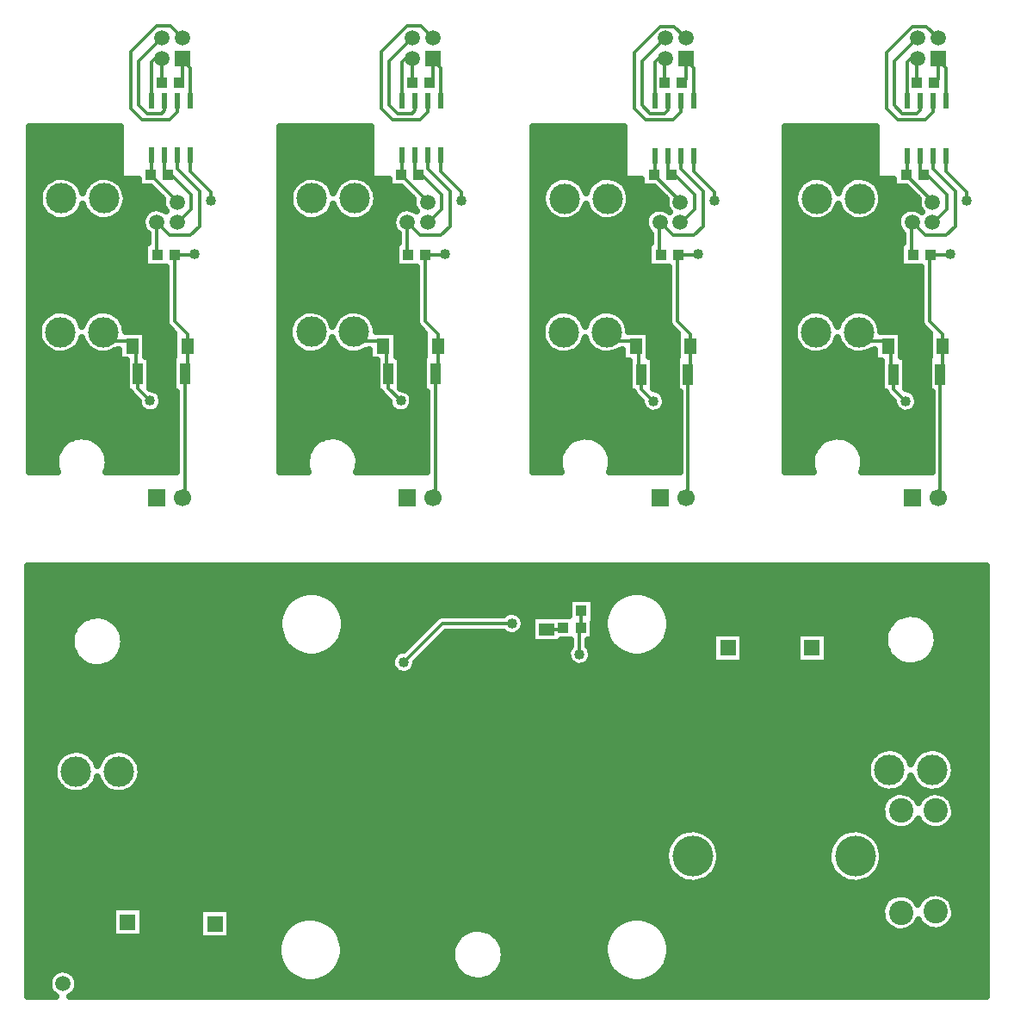
<source format=gbl>
G04 DipTrace 2.4.0.2*
%INMRR_Power_V2.GBL*%
%MOIN*%
%ADD13C,0.013*%
%ADD16C,0.025*%
%ADD17R,0.0433X0.0394*%
%ADD18R,0.0512X0.0591*%
%ADD19R,0.0591X0.0591*%
%ADD20C,0.0591*%
%ADD22R,0.1181X0.1181*%
%ADD23C,0.1181*%
%ADD24R,0.0669X0.0669*%
%ADD25C,0.0669*%
%ADD28R,0.0236X0.061*%
%ADD30R,0.128X0.0846*%
%ADD31R,0.0394X0.0846*%
%ADD32C,0.063*%
%ADD33R,0.063X0.063*%
%ADD38C,0.1575*%
%ADD43R,0.0591X0.0512*%
%ADD46C,0.0591*%
%ADD47C,0.0945*%
%ADD48C,0.04*%
%FSLAX44Y44*%
G04*
G70*
G90*
G75*
G01*
%LNBottom*%
%LPD*%
X20658Y40660D2*
D13*
Y39865D1*
X20515Y39722D1*
X20971Y39036D2*
Y40285D1*
X20658Y40597D1*
Y40660D1*
X20098Y29535D2*
X19469D1*
X20971Y36910D2*
Y36307D1*
X21774Y35504D1*
Y35150D1*
X18721Y29535D2*
X18846D1*
Y28538D1*
X18940Y28443D1*
X18721Y29535D2*
Y29722D1*
X17949D1*
X17596Y30075D1*
X19408Y27410D2*
X18940Y27878D1*
Y28443D1*
X22149Y16916D2*
X22336Y17041D1*
X22649D1*
X22711Y16978D1*
X25064Y18565D2*
X25647D1*
X25707Y18625D1*
X26376D2*
Y19291D1*
X26399D1*
X26336Y17603D2*
Y18585D1*
X26376Y18625D1*
X23711Y18791D2*
X21024D1*
X19524Y17291D1*
X10954Y40659D2*
Y39864D1*
X10811Y39721D1*
X11267Y39035D2*
Y40284D1*
X10954Y40596D1*
Y40659D1*
X10394Y29534D2*
X9765D1*
X11267Y36909D2*
Y36306D1*
X12070Y35503D1*
Y35149D1*
X9017Y29534D2*
X9142D1*
Y28537D1*
X9236Y28442D1*
X9017Y29534D2*
Y29721D1*
X8245D1*
X7892Y30074D1*
X9704Y27409D2*
X9236Y27877D1*
Y28442D1*
X10767Y39035D2*
Y38596D1*
X10454Y38284D1*
X9392D1*
X8954Y38721D1*
Y40909D1*
X9954Y41909D1*
X10492D1*
X10954Y41446D1*
X9987Y33062D2*
X9944D1*
Y34306D1*
X9956Y34318D1*
X10456Y33818D1*
X11267D1*
X11617Y34169D1*
Y35523D1*
X10759Y36381D1*
Y36901D1*
X10767Y36909D1*
X10267Y39035D2*
Y38659D1*
X10142Y38534D1*
X9579D1*
X9267Y38846D1*
Y40546D1*
X10167Y41446D1*
X10267Y36909D2*
Y36284D1*
X10392Y36159D1*
X10743Y34318D2*
X10783D1*
X11291Y34826D1*
Y35397D1*
X10529Y36159D1*
X10392D1*
X10142Y39721D2*
Y40634D1*
X10167Y40659D1*
X9767Y39035D2*
Y40534D1*
X9892Y40659D1*
X10167D1*
X9767Y36909D2*
Y36203D1*
X9723Y36159D1*
X11047Y28442D2*
Y23752D1*
X10954Y23659D1*
X11142Y29534D2*
Y28537D1*
X11047Y28442D1*
X10743Y35106D2*
Y35138D1*
X9723Y36159D1*
X11142Y29534D2*
Y29982D1*
X10641Y30483D1*
Y33046D1*
X10657Y33062D1*
X11397D1*
X11420Y33086D1*
X30447Y40655D2*
Y39860D1*
X30303Y39717D1*
X30759Y39031D2*
Y40280D1*
X30447Y40592D1*
Y40655D1*
X29886Y29530D2*
X29257D1*
X30759Y36905D2*
Y36302D1*
X31562Y35499D1*
Y35145D1*
X28509Y29530D2*
X28634D1*
Y28533D1*
X28729Y28438D1*
X28509Y29530D2*
Y29717D1*
X27737D1*
X27384Y30070D1*
X29197Y27405D2*
X28729Y27873D1*
Y28438D1*
X30259Y39031D2*
Y38592D1*
X29947Y38280D1*
X28884D1*
X28447Y38717D1*
Y40905D1*
X29447Y41905D1*
X29984D1*
X30447Y41442D1*
X29480Y33058D2*
X29436D1*
Y34302D1*
X29448Y34314D1*
X29948Y33814D1*
X30759D1*
X31109Y34165D1*
Y35519D1*
X30251Y36377D1*
Y36897D1*
X30259Y36905D1*
X29759Y39031D2*
Y38655D1*
X29634Y38530D1*
X29072D1*
X28759Y38842D1*
Y40542D1*
X29659Y41442D1*
X29759Y36905D2*
Y36280D1*
X29884Y36155D1*
X30235Y34314D2*
X30275D1*
X30783Y34822D1*
Y35393D1*
X30021Y36155D1*
X29884D1*
X29634Y39717D2*
Y40630D1*
X29659Y40655D1*
X29259Y39031D2*
Y40530D1*
X29384Y40655D1*
X29659D1*
X29259Y36905D2*
Y36199D1*
X29215Y36155D1*
X30540Y28438D2*
Y23748D1*
X30447Y23655D1*
X30634Y29530D2*
Y28533D1*
X30540Y28438D1*
X30235Y35102D2*
Y35134D1*
X29215Y36155D1*
X30634Y29530D2*
Y29979D1*
X30133Y30480D1*
Y33043D1*
X30149Y33058D1*
X30889D1*
X30913Y33082D1*
X40214Y40655D2*
Y39860D1*
X40071Y39717D1*
X40527Y39031D2*
Y40280D1*
X40214Y40592D1*
Y40655D1*
X39654Y29530D2*
X39025D1*
X40527Y36905D2*
Y36302D1*
X41330Y35499D1*
Y35145D1*
X38277Y29530D2*
X38402D1*
Y28533D1*
X38496Y28438D1*
X38277Y29530D2*
Y29717D1*
X37505D1*
X37152Y30070D1*
X38964Y27405D2*
X38496Y27873D1*
Y28438D1*
X40027Y39031D2*
Y38592D1*
X39714Y38280D1*
X38652D1*
X38214Y38717D1*
Y40905D1*
X39214Y41905D1*
X39752D1*
X40214Y41442D1*
X39247Y33058D2*
X39204D1*
Y34302D1*
X39216Y34314D1*
X39716Y33814D1*
X40527D1*
X40877Y34165D1*
Y35519D1*
X40019Y36377D1*
Y36897D1*
X40027Y36905D1*
X39527Y39031D2*
Y38655D1*
X39402Y38530D1*
X38839D1*
X38527Y38842D1*
Y40542D1*
X39427Y41442D1*
X39527Y36905D2*
Y36280D1*
X39652Y36155D1*
X40003Y34314D2*
X40043D1*
X40550Y34822D1*
Y35393D1*
X39789Y36155D1*
X39652D1*
X39402Y39717D2*
Y40630D1*
X39427Y40655D1*
X39027Y39031D2*
Y40530D1*
X39152Y40655D1*
X39427D1*
X39027Y36905D2*
Y36199D1*
X38982Y36155D1*
X40307Y28438D2*
Y23748D1*
X40214Y23655D1*
X40402Y29530D2*
Y28533D1*
X40307Y28438D1*
X40003Y35102D2*
Y35134D1*
X38982Y36155D1*
X40402Y29530D2*
Y29979D1*
X39901Y30480D1*
Y33043D1*
X39917Y33058D1*
X40657D1*
X40680Y33082D1*
X20471Y39036D2*
Y38597D1*
X20158Y38285D1*
X19096D1*
X18658Y38722D1*
Y40910D1*
X19658Y41910D1*
X20196D1*
X20658Y41447D1*
X19691Y33063D2*
X19648D1*
Y34307D1*
X19660Y34319D1*
X20160Y33819D1*
X20971D1*
X21321Y34169D1*
Y35524D1*
X20463Y36382D1*
Y36902D1*
X20471Y36910D1*
X19971Y39036D2*
Y38660D1*
X19846Y38535D1*
X19283D1*
X18971Y38847D1*
Y40547D1*
X19871Y41447D1*
X19971Y36910D2*
Y36285D1*
X20096Y36160D1*
X20447Y34319D2*
X20486D1*
X20994Y34827D1*
Y35398D1*
X20232Y36160D1*
X20096D1*
X19846Y39722D2*
Y40635D1*
X19871Y40660D1*
X19471Y39036D2*
Y40535D1*
X19596Y40660D1*
X19871D1*
X19471Y36910D2*
Y36204D1*
X19426Y36160D1*
X20751Y28443D2*
Y23753D1*
X20658Y23660D1*
X20846Y29535D2*
Y28538D1*
X20751Y28443D1*
X20447Y35106D2*
Y35139D1*
X19426Y36160D1*
X20846Y29535D2*
Y29983D1*
X20345Y30484D1*
Y33047D1*
X20360Y33063D1*
X21101D1*
X21124Y33087D1*
D48*
X21774Y35150D3*
X19408Y27410D3*
X22149Y16916D3*
X26336Y17603D3*
X23711Y18791D3*
X19524Y17291D3*
X12070Y35149D3*
X9704Y27409D3*
X11420Y33086D3*
X31562Y35145D3*
X29197Y27405D3*
X30913Y33082D3*
X41330Y35145D3*
X38964Y27405D3*
X40680Y33082D3*
X21124Y33087D3*
X14746Y37788D2*
D16*
X18241D1*
X14746Y37539D2*
X18241D1*
X14746Y37291D2*
X18241D1*
X14746Y37042D2*
X18241D1*
X14746Y36793D2*
X18241D1*
X14746Y36544D2*
X18241D1*
X14746Y36296D2*
X18241D1*
X14746Y36047D2*
X15651D1*
X16291D2*
X17303D1*
X17943D2*
X18241D1*
X14746Y35798D2*
X15295D1*
X16646D2*
X16948D1*
X18302D2*
X18920D1*
X14746Y35550D2*
X15147D1*
X18447D2*
X19545D1*
X14746Y35301D2*
X15092D1*
X18502D2*
X19795D1*
X14746Y35052D2*
X15112D1*
X18482D2*
X19866D1*
X14746Y34804D2*
X15213D1*
X16728D2*
X16866D1*
X18380D2*
X19354D1*
X14746Y34555D2*
X15440D1*
X16502D2*
X17092D1*
X18154D2*
X19127D1*
X14746Y34306D2*
X19077D1*
X14746Y34058D2*
X19139D1*
X14746Y33809D2*
X19291D1*
X14746Y33560D2*
X19291D1*
X14746Y33312D2*
X19186D1*
X14746Y33063D2*
X19186D1*
X14746Y32814D2*
X19186D1*
X14746Y32565D2*
X19991D1*
X14746Y32317D2*
X19991D1*
X14746Y32068D2*
X19991D1*
X14746Y31819D2*
X19991D1*
X14746Y31571D2*
X19991D1*
X14746Y31322D2*
X19991D1*
X14746Y31073D2*
X19991D1*
X14746Y30825D2*
X15506D1*
X16380D2*
X17159D1*
X18033D2*
X19991D1*
X14746Y30576D2*
X15225D1*
X16662D2*
X16877D1*
X18314D2*
X19991D1*
X14746Y30327D2*
X15100D1*
X18439D2*
X20030D1*
X14746Y30079D2*
X15061D1*
X19267D2*
X20260D1*
X14746Y29830D2*
X15096D1*
X19267D2*
X20299D1*
X14746Y29581D2*
X15217D1*
X16666D2*
X16873D1*
X19267D2*
X20299D1*
X14746Y29333D2*
X15491D1*
X16392D2*
X17147D1*
X18044D2*
X18174D1*
X19267D2*
X20299D1*
X14746Y29084D2*
X18174D1*
X19427D2*
X20264D1*
X14746Y28835D2*
X18455D1*
X19427D2*
X20264D1*
X14746Y28586D2*
X18455D1*
X19427D2*
X20264D1*
X14746Y28338D2*
X18455D1*
X19427D2*
X20264D1*
X14746Y28089D2*
X18455D1*
X19427D2*
X20264D1*
X14746Y27840D2*
X18455D1*
X19607D2*
X20264D1*
X14746Y27592D2*
X18737D1*
X19861D2*
X20397D1*
X14746Y27343D2*
X18924D1*
X19892D2*
X20397D1*
X14746Y27094D2*
X19041D1*
X19775D2*
X20397D1*
X14746Y26846D2*
X20397D1*
X14746Y26597D2*
X20397D1*
X14746Y26348D2*
X20397D1*
X14746Y26100D2*
X20397D1*
X14746Y25851D2*
X16143D1*
X17392D2*
X20397D1*
X14746Y25602D2*
X15905D1*
X17634D2*
X20397D1*
X14746Y25354D2*
X15784D1*
X17755D2*
X20397D1*
X14746Y25105D2*
X15733D1*
X17802D2*
X20397D1*
X14746Y24856D2*
X15748D1*
X17791D2*
X20397D1*
X18454Y30095D2*
X19241D1*
Y29130D1*
X19402Y29131D1*
Y27885D1*
X19587Y27839D1*
X19695Y27776D1*
X19782Y27686D1*
X19842Y27577D1*
X19873Y27410D1*
X19856Y27286D1*
X19807Y27172D1*
X19730Y27074D1*
X19629Y27001D1*
X19513Y26957D1*
X19388Y26945D1*
X19266Y26967D1*
X19153Y27021D1*
X19059Y27102D1*
X18990Y27206D1*
X18951Y27325D1*
X18947Y27406D1*
X18707Y27644D1*
X18636Y27751D1*
X18648Y27726D1*
X18527Y27755D1*
X18478D1*
Y28978D1*
X18200Y28974D1*
Y29392D1*
X18041Y29345D1*
X17930Y29288D1*
X17812Y29247D1*
X17689Y29225D1*
X17564Y29220D1*
X17440Y29234D1*
X17319Y29265D1*
X17205Y29314D1*
X17098Y29379D1*
X17002Y29459D1*
X16919Y29552D1*
X16850Y29656D1*
X16797Y29769D1*
X16771Y29855D1*
X16717Y29712D1*
X16656Y29603D1*
X16579Y29504D1*
X16489Y29417D1*
X16388Y29345D1*
X16277Y29288D1*
X16159Y29247D1*
X16036Y29225D1*
X15911Y29220D1*
X15787Y29234D1*
X15666Y29265D1*
X15551Y29314D1*
X15444Y29379D1*
X15348Y29459D1*
X15265Y29552D1*
X15196Y29656D1*
X15143Y29769D1*
X15107Y29889D1*
X15089Y30013D1*
Y30137D1*
X15107Y30261D1*
X15143Y30381D1*
X15196Y30494D1*
X15265Y30598D1*
X15348Y30691D1*
X15444Y30771D1*
X15551Y30836D1*
X15666Y30885D1*
X15787Y30916D1*
X15911Y30930D1*
X16036Y30925D1*
X16158Y30903D1*
X16277Y30862D1*
X16388Y30805D1*
X16489Y30733D1*
X16579Y30646D1*
X16656Y30547D1*
X16717Y30438D1*
X16767Y30295D1*
X16850Y30494D1*
X16919Y30598D1*
X17002Y30691D1*
X17098Y30771D1*
X17204Y30836D1*
X17319Y30885D1*
X17440Y30916D1*
X17564Y30930D1*
X17689Y30925D1*
X17812Y30903D1*
X17930Y30862D1*
X18041Y30805D1*
X18143Y30733D1*
X18233Y30646D1*
X18309Y30547D1*
X18370Y30438D1*
X18415Y30322D1*
X18442Y30200D1*
X18450Y30095D1*
X20325Y29135D2*
Y30038D1*
X20111Y30251D1*
X20042Y30354D1*
X20015Y30484D1*
Y32598D1*
X19879Y32601D1*
X19210D1*
Y33525D1*
X19315D1*
X19316Y33877D1*
X19227Y33964D1*
X19159Y34068D1*
X19116Y34185D1*
X19100Y34309D1*
X19111Y34433D1*
X19150Y34552D1*
X19214Y34659D1*
X19300Y34749D1*
X19405Y34818D1*
X19521Y34862D1*
X19645Y34879D1*
X19769Y34869D1*
X19888Y34831D1*
X20021Y34743D1*
X19946Y34856D1*
X19903Y34973D1*
X19887Y35097D1*
X19900Y35224D1*
X19421Y35698D1*
X18945D1*
Y35991D1*
X18391Y35993D1*
X18286Y36055D1*
X18267Y36118D1*
Y38037D1*
X14721Y38035D1*
Y24660D1*
X15826Y24659D1*
X15773Y24857D1*
X15758Y24981D1*
X15759Y25106D1*
X15776Y25230D1*
X15807Y25351D1*
X15853Y25467D1*
X15913Y25576D1*
X15986Y25677D1*
X16071Y25769D1*
X16167Y25849D1*
X16272Y25917D1*
X16384Y25972D1*
X16502Y26012D1*
X16625Y26037D1*
X16749Y26048D1*
X16874Y26042D1*
X16997Y26022D1*
X17117Y25986D1*
X17231Y25936D1*
X17339Y25872D1*
X17438Y25795D1*
X17526Y25707D1*
X17603Y25609D1*
X17667Y25502D1*
X17718Y25388D1*
X17754Y25268D1*
X17775Y25145D1*
X17781Y25036D1*
X17773Y24911D1*
X17750Y24788D1*
X17707Y24659D1*
X20420Y24657D1*
X20421Y27757D1*
X20289Y27755D1*
Y29131D1*
X20325D1*
X18471Y35120D2*
X18443Y34998D1*
X18399Y34881D1*
X18338Y34772D1*
X18261Y34673D1*
X18171Y34587D1*
X18070Y34514D1*
X17959Y34457D1*
X17841Y34417D1*
X17718Y34394D1*
X17593Y34389D1*
X17469Y34403D1*
X17348Y34435D1*
X17233Y34483D1*
X17126Y34549D1*
X17030Y34628D1*
X16947Y34721D1*
X16878Y34826D1*
X16825Y34939D1*
X16799Y35025D1*
X16745Y34881D1*
X16684Y34772D1*
X16608Y34673D1*
X16518Y34587D1*
X16416Y34514D1*
X16305Y34457D1*
X16187Y34417D1*
X16064Y34394D1*
X15939Y34389D1*
X15815Y34403D1*
X15694Y34435D1*
X15580Y34483D1*
X15473Y34549D1*
X15377Y34628D1*
X15294Y34721D1*
X15225Y34826D1*
X15172Y34939D1*
X15136Y35058D1*
X15117Y35182D1*
Y35307D1*
X15136Y35430D1*
X15172Y35550D1*
X15225Y35663D1*
X15294Y35767D1*
X15377Y35860D1*
X15473Y35940D1*
X15579Y36005D1*
X15694Y36054D1*
X15815Y36086D1*
X15939Y36099D1*
X16064Y36095D1*
X16187Y36072D1*
X16305Y36032D1*
X16416Y35975D1*
X16518Y35902D1*
X16608Y35815D1*
X16684Y35716D1*
X16745Y35607D1*
X16796Y35464D1*
X16878Y35663D1*
X16947Y35767D1*
X17030Y35860D1*
X17126Y35940D1*
X17233Y36005D1*
X17348Y36054D1*
X17469Y36086D1*
X17593Y36099D1*
X17718Y36095D1*
X17841Y36072D1*
X17959Y36032D1*
X18070Y35975D1*
X18171Y35902D1*
X18261Y35815D1*
X18338Y35716D1*
X18399Y35607D1*
X18443Y35491D1*
X18471Y35369D1*
X18480Y35244D1*
X18471Y35120D1*
X4976Y20791D2*
X42076D1*
X4976Y20542D2*
X42076D1*
X4976Y20294D2*
X42076D1*
X4976Y20045D2*
X42076D1*
X4976Y19796D2*
X15197D1*
X16724D2*
X27799D1*
X29322D2*
X42076D1*
X4976Y19547D2*
X14940D1*
X16982D2*
X25893D1*
X26904D2*
X27537D1*
X29583D2*
X42076D1*
X4976Y19299D2*
X14787D1*
X17134D2*
X25893D1*
X26904D2*
X27385D1*
X29736D2*
X42076D1*
X4976Y19050D2*
X7283D1*
X8044D2*
X14701D1*
X17220D2*
X20795D1*
X24122D2*
X24479D1*
X26904D2*
X27299D1*
X29822D2*
X38647D1*
X39677D2*
X42076D1*
X4976Y18801D2*
X6904D1*
X8419D2*
X14670D1*
X17255D2*
X20541D1*
X24201D2*
X24479D1*
X26884D2*
X27268D1*
X29853D2*
X38350D1*
X39974D2*
X42076D1*
X4976Y18553D2*
X6733D1*
X8595D2*
X14686D1*
X17236D2*
X20295D1*
X24134D2*
X24479D1*
X26884D2*
X27283D1*
X29833D2*
X38201D1*
X40122D2*
X42076D1*
X4976Y18304D2*
X6647D1*
X8681D2*
X14756D1*
X17169D2*
X20045D1*
X21029D2*
X24479D1*
X26884D2*
X27354D1*
X29767D2*
X31483D1*
X32689D2*
X34733D1*
X35939D2*
X38135D1*
X40189D2*
X42076D1*
X4976Y18055D2*
X6627D1*
X8701D2*
X14885D1*
X17037D2*
X19795D1*
X20779D2*
X24479D1*
X25650D2*
X25983D1*
X26689D2*
X27483D1*
X29634D2*
X31483D1*
X32689D2*
X34733D1*
X35939D2*
X38131D1*
X40193D2*
X42076D1*
X4976Y17807D2*
X6670D1*
X8654D2*
X15104D1*
X16818D2*
X19549D1*
X20529D2*
X25893D1*
X26779D2*
X27705D1*
X29415D2*
X31483D1*
X32689D2*
X34733D1*
X35939D2*
X38190D1*
X40134D2*
X42076D1*
X4976Y17558D2*
X6783D1*
X8540D2*
X15545D1*
X16376D2*
X19119D1*
X20283D2*
X25850D1*
X26822D2*
X28143D1*
X28974D2*
X31483D1*
X32689D2*
X34733D1*
X35939D2*
X38326D1*
X39997D2*
X42076D1*
X4976Y17309D2*
X7010D1*
X8318D2*
X19033D1*
X20033D2*
X25951D1*
X26720D2*
X31483D1*
X32689D2*
X34733D1*
X35939D2*
X38596D1*
X39728D2*
X42076D1*
X4976Y17061D2*
X19096D1*
X19951D2*
X42076D1*
X4976Y16812D2*
X42076D1*
X4976Y16563D2*
X42076D1*
X4976Y16315D2*
X42076D1*
X4976Y16066D2*
X42076D1*
X4976Y15817D2*
X42076D1*
X4976Y15568D2*
X42076D1*
X4976Y15320D2*
X42076D1*
X4976Y15071D2*
X42076D1*
X4976Y14822D2*
X42076D1*
X4976Y14574D2*
X42076D1*
X4976Y14325D2*
X42076D1*
X4976Y14076D2*
X42076D1*
X4976Y13828D2*
X6428D1*
X7244D2*
X8080D1*
X8900D2*
X37822D1*
X38849D2*
X39475D1*
X40501D2*
X42076D1*
X4976Y13579D2*
X6127D1*
X7544D2*
X7783D1*
X9197D2*
X37584D1*
X39087D2*
X39240D1*
X40740D2*
X42076D1*
X4976Y13330D2*
X5998D1*
X9326D2*
X37479D1*
X40845D2*
X42076D1*
X4976Y13082D2*
X5955D1*
X9369D2*
X37455D1*
X40869D2*
X42076D1*
X4976Y12833D2*
X5987D1*
X9337D2*
X37506D1*
X40818D2*
X42076D1*
X4976Y12584D2*
X6104D1*
X7572D2*
X7756D1*
X9224D2*
X37651D1*
X39025D2*
X39303D1*
X40677D2*
X42076D1*
X4976Y12335D2*
X6362D1*
X7310D2*
X8014D1*
X8966D2*
X37983D1*
X38689D2*
X39635D1*
X40341D2*
X42076D1*
X4976Y12087D2*
X38248D1*
X39302D2*
X39584D1*
X40642D2*
X42076D1*
X4976Y11838D2*
X38072D1*
X40818D2*
X42076D1*
X4976Y11589D2*
X38014D1*
X40876D2*
X42076D1*
X4976Y11341D2*
X38041D1*
X40845D2*
X42076D1*
X4976Y11092D2*
X38170D1*
X39380D2*
X39506D1*
X40720D2*
X42076D1*
X4976Y10843D2*
X38533D1*
X39017D2*
X39869D1*
X40357D2*
X42076D1*
X4976Y10595D2*
X30010D1*
X31415D2*
X36307D1*
X37716D2*
X42076D1*
X4976Y10346D2*
X29795D1*
X31630D2*
X36092D1*
X37931D2*
X42076D1*
X4976Y10097D2*
X29682D1*
X31744D2*
X35979D1*
X38044D2*
X42076D1*
X4976Y9849D2*
X29635D1*
X31787D2*
X35936D1*
X38087D2*
X42076D1*
X4976Y9600D2*
X29651D1*
X31771D2*
X35951D1*
X38072D2*
X42076D1*
X4976Y9351D2*
X29733D1*
X31693D2*
X36029D1*
X37994D2*
X42076D1*
X4976Y9103D2*
X29889D1*
X31533D2*
X36190D1*
X37833D2*
X42076D1*
X4976Y8854D2*
X30209D1*
X31216D2*
X36506D1*
X37517D2*
X42076D1*
X4976Y8605D2*
X42076D1*
X4976Y8356D2*
X39904D1*
X40322D2*
X42076D1*
X4976Y8108D2*
X38213D1*
X39337D2*
X39518D1*
X40708D2*
X42076D1*
X4976Y7859D2*
X38061D1*
X40845D2*
X42076D1*
X4976Y7610D2*
X8233D1*
X9439D2*
X11608D1*
X12814D2*
X38014D1*
X40876D2*
X42076D1*
X4976Y7362D2*
X8233D1*
X9439D2*
X11608D1*
X12814D2*
X15471D1*
X16365D2*
X28112D1*
X29005D2*
X38053D1*
X40822D2*
X42076D1*
X4976Y7113D2*
X8233D1*
X9439D2*
X11608D1*
X12814D2*
X15049D1*
X16787D2*
X27694D1*
X29427D2*
X38197D1*
X39353D2*
X39576D1*
X40654D2*
X42076D1*
X4976Y6864D2*
X8233D1*
X9439D2*
X11608D1*
X12814D2*
X14834D1*
X17001D2*
X21885D1*
X22912D2*
X27475D1*
X29642D2*
X42076D1*
X4976Y6616D2*
X11608D1*
X12814D2*
X14709D1*
X17126D2*
X21588D1*
X23208D2*
X27350D1*
X29771D2*
X42076D1*
X4976Y6367D2*
X14643D1*
X17193D2*
X21440D1*
X23357D2*
X27283D1*
X29837D2*
X42076D1*
X4976Y6118D2*
X14627D1*
X17208D2*
X21369D1*
X23427D2*
X27268D1*
X29853D2*
X42076D1*
X4976Y5870D2*
X14658D1*
X17177D2*
X21369D1*
X23431D2*
X27303D1*
X29818D2*
X42076D1*
X4976Y5621D2*
X14748D1*
X17087D2*
X21428D1*
X23369D2*
X27389D1*
X29728D2*
X42076D1*
X4976Y5372D2*
X6100D1*
X6572D2*
X14904D1*
X16931D2*
X21565D1*
X23236D2*
X27545D1*
X29572D2*
X42076D1*
X4976Y5124D2*
X5819D1*
X6853D2*
X15170D1*
X16665D2*
X21830D1*
X22966D2*
X27811D1*
X29306D2*
X42076D1*
X4976Y4875D2*
X5752D1*
X6919D2*
X42076D1*
X4976Y4626D2*
X5799D1*
X6872D2*
X42076D1*
X4976Y4377D2*
X6014D1*
X6658D2*
X42076D1*
X31631Y18433D2*
X32666D1*
Y17273D1*
X31506D1*
Y18433D1*
X31631D1*
X34881D2*
X35916D1*
Y17273D1*
X34756D1*
Y18433D1*
X34881D1*
X26042Y19753D2*
X26880D1*
Y18829D1*
X26860D1*
X26858Y18164D1*
X26666D1*
Y17933D1*
X26710Y17880D1*
X26770Y17771D1*
X26801Y17603D1*
X26784Y17480D1*
X26735Y17365D1*
X26658Y17268D1*
X26557Y17194D1*
X26440Y17150D1*
X26316Y17139D1*
X26194Y17161D1*
X26081Y17214D1*
X25987Y17296D1*
X25918Y17400D1*
X25879Y17518D1*
X25873Y17643D1*
X25900Y17764D1*
X25958Y17874D1*
X26004Y17923D1*
X26006Y18162D1*
X25895Y18168D1*
X25814Y18164D1*
X25622D1*
X25624Y18044D1*
X24504D1*
Y19086D1*
X25914Y19087D1*
X25917Y19753D1*
X26042D1*
X11756Y7746D2*
X12791D1*
Y6586D1*
X11631D1*
Y7746D1*
X11756D1*
X8381Y7808D2*
X9416D1*
Y6648D1*
X8256D1*
Y7808D1*
X8381D1*
X9336Y12938D2*
X9309Y12817D1*
X9264Y12700D1*
X9203Y12591D1*
X9127Y12492D1*
X9037Y12405D1*
X8935Y12333D1*
X8824Y12276D1*
X8706Y12235D1*
X8583Y12213D1*
X8458Y12208D1*
X8334Y12222D1*
X8213Y12253D1*
X8098Y12302D1*
X7992Y12367D1*
X7896Y12447D1*
X7813Y12540D1*
X7744Y12644D1*
X7691Y12757D1*
X7665Y12843D1*
X7611Y12700D1*
X7550Y12591D1*
X7473Y12492D1*
X7383Y12405D1*
X7282Y12333D1*
X7171Y12276D1*
X7052Y12235D1*
X6930Y12213D1*
X6805Y12208D1*
X6681Y12222D1*
X6560Y12253D1*
X6445Y12302D1*
X6338Y12367D1*
X6242Y12447D1*
X6159Y12540D1*
X6090Y12644D1*
X6037Y12757D1*
X6001Y12877D1*
X5983Y13000D1*
Y13125D1*
X6001Y13249D1*
X6037Y13369D1*
X6090Y13482D1*
X6159Y13586D1*
X6242Y13679D1*
X6338Y13759D1*
X6445Y13824D1*
X6560Y13873D1*
X6681Y13904D1*
X6805Y13918D1*
X6930Y13913D1*
X7052Y13891D1*
X7171Y13850D1*
X7282Y13793D1*
X7383Y13721D1*
X7473Y13634D1*
X7549Y13535D1*
X7611Y13426D1*
X7661Y13283D1*
X7744Y13482D1*
X7812Y13586D1*
X7896Y13679D1*
X7992Y13759D1*
X8098Y13824D1*
X8213Y13873D1*
X8334Y13904D1*
X8458Y13918D1*
X8583Y13913D1*
X8706Y13891D1*
X8824Y13850D1*
X8935Y13793D1*
X9037Y13721D1*
X9127Y13634D1*
X9203Y13535D1*
X9264Y13426D1*
X9309Y13310D1*
X9336Y13188D1*
X9345Y13063D1*
X9336Y12938D1*
X8667Y17978D2*
X8644Y17855D1*
X8606Y17736D1*
X8554Y17622D1*
X8488Y17516D1*
X8410Y17419D1*
X8320Y17332D1*
X8220Y17257D1*
X8112Y17195D1*
X7996Y17147D1*
X7876Y17113D1*
X7753Y17094D1*
X7628Y17091D1*
X7503Y17103D1*
X7381Y17130D1*
X7264Y17172D1*
X7152Y17228D1*
X7049Y17298D1*
X6954Y17380D1*
X6870Y17473D1*
X6799Y17575D1*
X6741Y17685D1*
X6696Y17802D1*
X6667Y17924D1*
X6652Y18048D1*
X6653Y18173D1*
X6669Y18296D1*
X6701Y18417D1*
X6747Y18533D1*
X6807Y18643D1*
X6880Y18744D1*
X6965Y18836D1*
X7061Y18916D1*
X7166Y18984D1*
X7278Y19039D1*
X7396Y19079D1*
X7519Y19104D1*
X7643Y19114D1*
X7768Y19109D1*
X7891Y19088D1*
X8011Y19053D1*
X8125Y19003D1*
X8233Y18939D1*
X8331Y18862D1*
X8420Y18774D1*
X8497Y18676D1*
X8561Y18569D1*
X8612Y18454D1*
X8648Y18335D1*
X8669Y18212D1*
X8675Y18102D1*
X8667Y17978D1*
X40836Y13001D2*
X40809Y12879D1*
X40764Y12762D1*
X40703Y12653D1*
X40627Y12555D1*
X40537Y12468D1*
X40435Y12395D1*
X40324Y12338D1*
X40206Y12298D1*
X40133Y12284D1*
X40263Y12270D1*
X40383Y12234D1*
X40495Y12179D1*
X40596Y12106D1*
X40683Y12016D1*
X40754Y11914D1*
X40806Y11800D1*
X40839Y11680D1*
X40851Y11548D1*
X40841Y11423D1*
X40809Y11302D1*
X40758Y11189D1*
X40688Y11085D1*
X40602Y10995D1*
X40501Y10920D1*
X40390Y10864D1*
X40271Y10827D1*
X40147Y10811D1*
X40022Y10816D1*
X39900Y10842D1*
X39784Y10888D1*
X39678Y10953D1*
X39583Y11035D1*
X39505Y11132D1*
X39445Y11237D1*
X39349Y11085D1*
X39263Y10995D1*
X39163Y10920D1*
X39051Y10864D1*
X38932Y10827D1*
X38808Y10811D1*
X38684Y10816D1*
X38562Y10842D1*
X38446Y10888D1*
X38339Y10953D1*
X38245Y11035D1*
X38166Y11132D1*
X38105Y11241D1*
X38063Y11358D1*
X38041Y11481D1*
X38040Y11606D1*
X38061Y11729D1*
X38101Y11847D1*
X38162Y11957D1*
X38239Y12054D1*
X38333Y12137D1*
X38438Y12204D1*
X38554Y12251D1*
X38676Y12278D1*
X38800Y12285D1*
X38924Y12270D1*
X39044Y12234D1*
X39156Y12179D1*
X39257Y12106D1*
X39344Y12016D1*
X39415Y11914D1*
X39443Y11854D1*
X39500Y11957D1*
X39578Y12054D1*
X39671Y12137D1*
X39777Y12204D1*
X39892Y12251D1*
X39958Y12271D1*
X39834Y12284D1*
X39713Y12316D1*
X39598Y12365D1*
X39492Y12430D1*
X39396Y12510D1*
X39313Y12603D1*
X39244Y12707D1*
X39191Y12820D1*
X39165Y12906D1*
X39111Y12762D1*
X39050Y12653D1*
X38973Y12555D1*
X38883Y12468D1*
X38782Y12395D1*
X38671Y12338D1*
X38552Y12298D1*
X38430Y12275D1*
X38305Y12271D1*
X38181Y12284D1*
X38060Y12316D1*
X37945Y12365D1*
X37838Y12430D1*
X37742Y12510D1*
X37659Y12603D1*
X37590Y12707D1*
X37537Y12820D1*
X37501Y12939D1*
X37483Y13063D1*
Y13188D1*
X37501Y13311D1*
X37537Y13431D1*
X37590Y13544D1*
X37659Y13648D1*
X37742Y13741D1*
X37838Y13821D1*
X37945Y13886D1*
X38060Y13935D1*
X38181Y13967D1*
X38305Y13980D1*
X38430Y13976D1*
X38552Y13953D1*
X38671Y13913D1*
X38782Y13856D1*
X38883Y13783D1*
X38973Y13696D1*
X39049Y13598D1*
X39111Y13489D1*
X39161Y13345D1*
X39244Y13544D1*
X39312Y13648D1*
X39396Y13741D1*
X39492Y13821D1*
X39598Y13886D1*
X39713Y13935D1*
X39834Y13967D1*
X39958Y13980D1*
X40083Y13976D1*
X40206Y13953D1*
X40324Y13913D1*
X40435Y13856D1*
X40537Y13783D1*
X40627Y13696D1*
X40703Y13598D1*
X40764Y13489D1*
X40809Y13372D1*
X40836Y13250D1*
X40845Y13125D1*
X40836Y13001D1*
X40167Y18040D2*
X40144Y17917D1*
X40106Y17798D1*
X40054Y17685D1*
X39988Y17579D1*
X39910Y17482D1*
X39820Y17395D1*
X39720Y17320D1*
X39612Y17258D1*
X39496Y17209D1*
X39376Y17175D1*
X39253Y17157D1*
X39128Y17153D1*
X39003Y17165D1*
X38881Y17193D1*
X38764Y17235D1*
X38652Y17291D1*
X38549Y17360D1*
X38454Y17442D1*
X38370Y17535D1*
X38299Y17637D1*
X38241Y17748D1*
X38196Y17865D1*
X38167Y17986D1*
X38152Y18110D1*
X38153Y18235D1*
X38169Y18359D1*
X38201Y18480D1*
X38247Y18596D1*
X38307Y18705D1*
X38380Y18807D1*
X38465Y18898D1*
X38561Y18979D1*
X38666Y19047D1*
X38778Y19101D1*
X38896Y19141D1*
X39019Y19167D1*
X39143Y19177D1*
X39268Y19172D1*
X39391Y19151D1*
X39511Y19115D1*
X39625Y19065D1*
X39733Y19001D1*
X39831Y18925D1*
X39920Y18837D1*
X39997Y18738D1*
X40061Y18631D1*
X40112Y18517D1*
X40148Y18397D1*
X40169Y18274D1*
X40175Y18165D1*
X40167Y18040D1*
X6882Y4729D2*
X6841Y4612D1*
X6775Y4506D1*
X6688Y4417D1*
X6599Y4361D1*
X42103Y4360D1*
Y21040D1*
X4951D1*
Y4360D1*
X6072D1*
X5992Y4411D1*
X5903Y4498D1*
X5835Y4603D1*
X5792Y4720D1*
X5776Y4843D1*
X5788Y4968D1*
X5827Y5086D1*
X5891Y5193D1*
X5977Y5283D1*
X6081Y5352D1*
X6198Y5396D1*
X6321Y5413D1*
X6445Y5403D1*
X6564Y5365D1*
X6672Y5302D1*
X6763Y5216D1*
X6833Y5113D1*
X6878Y4997D1*
X6896Y4853D1*
X6882Y4729D1*
X31757Y9666D2*
X31735Y9543D1*
X31698Y9423D1*
X31648Y9309D1*
X31584Y9202D1*
X31508Y9102D1*
X31421Y9013D1*
X31324Y8934D1*
X31218Y8868D1*
X31105Y8814D1*
X30987Y8775D1*
X30864Y8749D1*
X30740Y8739D1*
X30615Y8743D1*
X30491Y8762D1*
X30371Y8795D1*
X30255Y8842D1*
X30146Y8903D1*
X30045Y8976D1*
X29953Y9061D1*
X29872Y9156D1*
X29803Y9260D1*
X29747Y9372D1*
X29704Y9489D1*
X29675Y9610D1*
X29661Y9735D1*
X29662Y9860D1*
X29677Y9983D1*
X29707Y10105D1*
X29752Y10222D1*
X29810Y10332D1*
X29880Y10435D1*
X29962Y10529D1*
X30055Y10613D1*
X30157Y10685D1*
X30267Y10744D1*
X30383Y10790D1*
X30504Y10822D1*
X30628Y10840D1*
X30753Y10842D1*
X30877Y10830D1*
X30999Y10803D1*
X31117Y10762D1*
X31229Y10707D1*
X31334Y10639D1*
X31430Y10559D1*
X31516Y10469D1*
X31591Y10369D1*
X31653Y10260D1*
X31703Y10145D1*
X31738Y10025D1*
X31758Y9902D1*
X31764Y9791D1*
X31757Y9666D1*
X38056D2*
X38034Y9543D1*
X37997Y9423D1*
X37947Y9309D1*
X37883Y9202D1*
X37807Y9102D1*
X37720Y9013D1*
X37623Y8934D1*
X37517Y8868D1*
X37404Y8814D1*
X37286Y8775D1*
X37163Y8749D1*
X37039Y8739D1*
X36914Y8743D1*
X36791Y8762D1*
X36670Y8795D1*
X36555Y8842D1*
X36446Y8903D1*
X36344Y8976D1*
X36253Y9061D1*
X36171Y9156D1*
X36102Y9260D1*
X36046Y9372D1*
X36003Y9489D1*
X35974Y9610D1*
X35960Y9735D1*
X35961Y9860D1*
X35977Y9983D1*
X36007Y10105D1*
X36051Y10222D1*
X36109Y10332D1*
X36179Y10435D1*
X36262Y10529D1*
X36354Y10613D1*
X36457Y10685D1*
X36566Y10744D1*
X36683Y10790D1*
X36803Y10822D1*
X36927Y10840D1*
X37052Y10842D1*
X37176Y10830D1*
X37298Y10803D1*
X37416Y10762D1*
X37529Y10707D1*
X37633Y10639D1*
X37730Y10559D1*
X37816Y10469D1*
X37890Y10369D1*
X37953Y10260D1*
X38002Y10145D1*
X38037Y10025D1*
X38057Y9902D1*
X38063Y9791D1*
X38056Y9666D1*
X29821Y18639D2*
X29772Y18395D1*
X29677Y18164D1*
X29537Y17957D1*
X29360Y17781D1*
X29152Y17643D1*
X28921Y17549D1*
X28676Y17502D1*
X28427Y17503D1*
X28182Y17554D1*
X27952Y17651D1*
X27746Y17792D1*
X27571Y17970D1*
X27435Y18179D1*
X27342Y18410D1*
X27296Y18656D1*
X27299Y18905D1*
X27351Y19149D1*
X27450Y19379D1*
X27592Y19584D1*
X27771Y19758D1*
X27981Y19893D1*
X28213Y19984D1*
X28459Y20028D1*
X28709Y20023D1*
X28952Y19970D1*
X29181Y19870D1*
X29385Y19726D1*
X29558Y19546D1*
X29692Y19335D1*
X29782Y19102D1*
X29824Y18857D1*
X29821Y18639D1*
X17223D2*
X17174Y18395D1*
X17078Y18164D1*
X16939Y17957D1*
X16762Y17781D1*
X16554Y17643D1*
X16323Y17549D1*
X16078Y17502D1*
X15828Y17503D1*
X15584Y17554D1*
X15354Y17651D1*
X15148Y17792D1*
X14973Y17970D1*
X14836Y18179D1*
X14743Y18410D1*
X14698Y18656D1*
X14701Y18905D1*
X14753Y19149D1*
X14852Y19379D1*
X14994Y19584D1*
X15173Y19758D1*
X15383Y19893D1*
X15615Y19984D1*
X15861Y20028D1*
X16110Y20023D1*
X16354Y19970D1*
X16583Y19870D1*
X16787Y19726D1*
X16959Y19546D1*
X17093Y19335D1*
X17183Y19102D1*
X17226Y18857D1*
X17223Y18639D1*
X29821Y6041D2*
X29772Y5796D1*
X29677Y5566D1*
X29537Y5359D1*
X29360Y5183D1*
X29152Y5045D1*
X28921Y4950D1*
X28676Y4903D1*
X28427Y4905D1*
X28182Y4955D1*
X27952Y5053D1*
X27746Y5193D1*
X27571Y5371D1*
X27435Y5580D1*
X27342Y5812D1*
X27296Y6057D1*
X27299Y6307D1*
X27351Y6551D1*
X27450Y6780D1*
X27592Y6986D1*
X27771Y7159D1*
X27981Y7294D1*
X28213Y7386D1*
X28459Y7430D1*
X28709Y7425D1*
X28952Y7371D1*
X29181Y7271D1*
X29385Y7128D1*
X29558Y6948D1*
X29692Y6737D1*
X29782Y6504D1*
X29824Y6258D1*
X29821Y6041D1*
X17180D2*
X17131Y5796D1*
X17035Y5566D1*
X16896Y5359D1*
X16719Y5183D1*
X16511Y5045D1*
X16279Y4950D1*
X16034Y4903D1*
X15785Y4905D1*
X15540Y4955D1*
X15311Y5053D1*
X15104Y5193D1*
X14929Y5371D1*
X14793Y5580D1*
X14700Y5812D1*
X14654Y6057D1*
X14658Y6307D1*
X14710Y6551D1*
X14808Y6780D1*
X14950Y6986D1*
X15130Y7159D1*
X15339Y7294D1*
X15572Y7386D1*
X15817Y7430D1*
X16067Y7425D1*
X16311Y7371D1*
X16539Y7271D1*
X16744Y7128D1*
X16916Y6948D1*
X17050Y6737D1*
X17140Y6504D1*
X17182Y6258D1*
X17180Y6041D1*
X23403Y5854D2*
X23380Y5731D1*
X23342Y5612D1*
X23290Y5498D1*
X23224Y5392D1*
X23145Y5295D1*
X23055Y5208D1*
X22956Y5133D1*
X22847Y5071D1*
X22732Y5023D1*
X22612Y4989D1*
X22488Y4970D1*
X22363Y4967D1*
X22239Y4979D1*
X22117Y5006D1*
X22000Y5048D1*
X21888Y5104D1*
X21784Y5174D1*
X21690Y5256D1*
X21606Y5349D1*
X21535Y5451D1*
X21476Y5561D1*
X21432Y5678D1*
X21402Y5800D1*
X21388Y5924D1*
X21389Y6049D1*
X21405Y6172D1*
X21437Y6293D1*
X21483Y6409D1*
X21543Y6519D1*
X21616Y6620D1*
X21701Y6712D1*
X21797Y6792D1*
X21901Y6860D1*
X22014Y6915D1*
X22132Y6955D1*
X22254Y6980D1*
X22379Y6990D1*
X22504Y6985D1*
X22627Y6964D1*
X22747Y6929D1*
X22861Y6879D1*
X22969Y6815D1*
X23067Y6738D1*
X23156Y6650D1*
X23233Y6552D1*
X23297Y6445D1*
X23348Y6330D1*
X23384Y6211D1*
X23405Y6088D1*
X23411Y5978D1*
X23403Y5854D1*
X39453Y7318D2*
X39419Y7244D1*
X39349Y7140D1*
X39263Y7050D1*
X39163Y6976D1*
X39051Y6919D1*
X38932Y6882D1*
X38808Y6866D1*
X38684Y6871D1*
X38562Y6897D1*
X38446Y6943D1*
X38339Y7008D1*
X38245Y7090D1*
X38166Y7187D1*
X38105Y7296D1*
X38063Y7413D1*
X38041Y7536D1*
X38040Y7661D1*
X38061Y7784D1*
X38101Y7902D1*
X38162Y8012D1*
X38239Y8109D1*
X38333Y8193D1*
X38438Y8259D1*
X38554Y8306D1*
X38676Y8333D1*
X38800Y8340D1*
X38924Y8325D1*
X39044Y8289D1*
X39156Y8234D1*
X39257Y8161D1*
X39344Y8072D1*
X39433Y7930D1*
X39500Y8051D1*
X39578Y8149D1*
X39671Y8232D1*
X39777Y8298D1*
X39892Y8346D1*
X40014Y8373D1*
X40139Y8379D1*
X40263Y8364D1*
X40383Y8329D1*
X40495Y8274D1*
X40596Y8200D1*
X40683Y8111D1*
X40754Y8008D1*
X40806Y7895D1*
X40839Y7774D1*
X40851Y7642D1*
X40841Y7518D1*
X40809Y7397D1*
X40758Y7283D1*
X40688Y7180D1*
X40602Y7089D1*
X40501Y7015D1*
X40390Y6959D1*
X40271Y6922D1*
X40147Y6906D1*
X40022Y6911D1*
X39900Y6936D1*
X39784Y6983D1*
X39678Y7048D1*
X39583Y7130D1*
X39505Y7227D1*
X39453Y7318D1*
X23387Y18461D2*
X21160D1*
X19989Y17290D1*
X19972Y17167D1*
X19923Y17053D1*
X19845Y16955D1*
X19745Y16882D1*
X19628Y16838D1*
X19504Y16826D1*
X19381Y16848D1*
X19269Y16902D1*
X19175Y16984D1*
X19106Y17087D1*
X19066Y17206D1*
X19060Y17330D1*
X19087Y17452D1*
X19146Y17562D1*
X19231Y17653D1*
X19338Y17717D1*
X19458Y17751D1*
X19516Y17752D1*
X20790Y19024D1*
X20893Y19094D1*
X21024Y19121D1*
X23387D1*
X23419Y19152D1*
X23525Y19217D1*
X23645Y19251D1*
X23770Y19252D1*
X23890Y19220D1*
X23998Y19157D1*
X24085Y19067D1*
X24145Y18958D1*
X24176Y18791D1*
X24159Y18667D1*
X24110Y18553D1*
X24033Y18455D1*
X23932Y18382D1*
X23815Y18338D1*
X23691Y18326D1*
X23569Y18348D1*
X23456Y18402D1*
X23389Y18461D1*
X5042Y37787D2*
X8537D1*
X5042Y37538D2*
X8537D1*
X5042Y37290D2*
X8537D1*
X5042Y37041D2*
X8537D1*
X5042Y36792D2*
X8537D1*
X5042Y36544D2*
X8537D1*
X5042Y36295D2*
X8537D1*
X5042Y36046D2*
X5947D1*
X6587D2*
X7599D1*
X8239D2*
X8537D1*
X5042Y35797D2*
X5592D1*
X6942D2*
X7244D1*
X8599D2*
X9217D1*
X5042Y35549D2*
X5443D1*
X8743D2*
X9842D1*
X5042Y35300D2*
X5388D1*
X8798D2*
X10092D1*
X5042Y35051D2*
X5408D1*
X8778D2*
X10162D1*
X5042Y34803D2*
X5510D1*
X7024D2*
X7162D1*
X8677D2*
X9650D1*
X5042Y34554D2*
X5736D1*
X6798D2*
X7388D1*
X8450D2*
X9424D1*
X5042Y34305D2*
X9373D1*
X5042Y34057D2*
X9435D1*
X5042Y33808D2*
X9588D1*
X5042Y33559D2*
X9588D1*
X5042Y33311D2*
X9482D1*
X5042Y33062D2*
X9482D1*
X5042Y32813D2*
X9482D1*
X5042Y32565D2*
X10287D1*
X5042Y32316D2*
X10287D1*
X5042Y32067D2*
X10287D1*
X5042Y31818D2*
X10287D1*
X5042Y31570D2*
X10287D1*
X5042Y31321D2*
X10287D1*
X5042Y31072D2*
X10287D1*
X5042Y30824D2*
X5802D1*
X6677D2*
X7455D1*
X8329D2*
X10287D1*
X5042Y30575D2*
X5521D1*
X6958D2*
X7174D1*
X8610D2*
X10287D1*
X5042Y30326D2*
X5396D1*
X8735D2*
X10326D1*
X5042Y30078D2*
X5357D1*
X9563D2*
X10556D1*
X5042Y29829D2*
X5392D1*
X9563D2*
X10595D1*
X5042Y29580D2*
X5513D1*
X6962D2*
X7170D1*
X9563D2*
X10595D1*
X5042Y29332D2*
X5787D1*
X6688D2*
X7443D1*
X8341D2*
X8470D1*
X9563D2*
X10595D1*
X5042Y29083D2*
X8470D1*
X9724D2*
X10560D1*
X5042Y28834D2*
X8752D1*
X9724D2*
X10560D1*
X5042Y28585D2*
X8752D1*
X9724D2*
X10560D1*
X5042Y28337D2*
X8752D1*
X9724D2*
X10560D1*
X5042Y28088D2*
X8752D1*
X9724D2*
X10560D1*
X5042Y27839D2*
X8752D1*
X9903D2*
X10560D1*
X5042Y27591D2*
X9033D1*
X10157D2*
X10693D1*
X5042Y27342D2*
X9220D1*
X10188D2*
X10693D1*
X5042Y27093D2*
X9338D1*
X10071D2*
X10693D1*
X5042Y26845D2*
X10693D1*
X5042Y26596D2*
X10693D1*
X5042Y26347D2*
X10693D1*
X5042Y26099D2*
X10693D1*
X5042Y25850D2*
X6439D1*
X7688D2*
X10693D1*
X5042Y25601D2*
X6201D1*
X7931D2*
X10693D1*
X5042Y25353D2*
X6080D1*
X8052D2*
X10693D1*
X5042Y25104D2*
X6029D1*
X8099D2*
X10693D1*
X5042Y24855D2*
X6045D1*
X8087D2*
X10693D1*
X8750Y30094D2*
X9538D1*
Y29129D1*
X9698Y29130D1*
Y27884D1*
X9884Y27838D1*
X9991Y27775D1*
X10078Y27685D1*
X10138Y27576D1*
X10169Y27409D1*
X10153Y27285D1*
X10104Y27171D1*
X10026Y27073D1*
X9925Y27000D1*
X9809Y26956D1*
X9685Y26944D1*
X9562Y26966D1*
X9450Y27020D1*
X9355Y27101D1*
X9286Y27205D1*
X9247Y27324D1*
X9243Y27405D1*
X9003Y27643D1*
X8933Y27750D1*
X8944Y27725D1*
X8823Y27754D1*
X8775D1*
Y28977D1*
X8496Y28973D1*
Y29391D1*
X8338Y29344D1*
X8227Y29287D1*
X8108Y29246D1*
X7986Y29224D1*
X7861Y29219D1*
X7737Y29233D1*
X7616Y29264D1*
X7501Y29313D1*
X7394Y29378D1*
X7298Y29458D1*
X7215Y29551D1*
X7146Y29655D1*
X7093Y29768D1*
X7067Y29854D1*
X7013Y29711D1*
X6952Y29602D1*
X6876Y29503D1*
X6786Y29416D1*
X6684Y29344D1*
X6573Y29287D1*
X6455Y29246D1*
X6332Y29224D1*
X6207Y29219D1*
X6083Y29233D1*
X5962Y29264D1*
X5847Y29313D1*
X5741Y29378D1*
X5645Y29458D1*
X5561Y29551D1*
X5492Y29655D1*
X5439Y29768D1*
X5403Y29888D1*
X5385Y30012D1*
Y30136D1*
X5403Y30260D1*
X5439Y30380D1*
X5492Y30493D1*
X5561Y30597D1*
X5645Y30690D1*
X5741Y30770D1*
X5847Y30835D1*
X5962Y30884D1*
X6083Y30915D1*
X6207Y30929D1*
X6332Y30924D1*
X6455Y30902D1*
X6573Y30861D1*
X6684Y30804D1*
X6786Y30732D1*
X6875Y30645D1*
X6952Y30546D1*
X7013Y30437D1*
X7064Y30294D1*
X7146Y30493D1*
X7215Y30597D1*
X7298Y30690D1*
X7394Y30770D1*
X7501Y30835D1*
X7616Y30884D1*
X7736Y30915D1*
X7861Y30929D1*
X7985Y30924D1*
X8108Y30902D1*
X8226Y30861D1*
X8338Y30804D1*
X8439Y30732D1*
X8529Y30645D1*
X8605Y30546D1*
X8666Y30437D1*
X8711Y30321D1*
X8738Y30199D1*
X8746Y30094D1*
X10621Y29134D2*
Y30037D1*
X10408Y30250D1*
X10338Y30353D1*
X10311Y30483D1*
Y32597D1*
X10175Y32600D1*
X9506D1*
Y33524D1*
X9611D1*
X9612Y33876D1*
X9523Y33963D1*
X9455Y34067D1*
X9412Y34185D1*
X9396Y34308D1*
X9407Y34432D1*
X9446Y34551D1*
X9511Y34658D1*
X9597Y34748D1*
X9701Y34817D1*
X9817Y34861D1*
X9941Y34878D1*
X10065Y34868D1*
X10184Y34830D1*
X10317Y34742D1*
X10242Y34855D1*
X10199Y34972D1*
X10183Y35096D1*
X10196Y35223D1*
X9717Y35697D1*
X9241D1*
Y35990D1*
X8687Y35992D1*
X8582Y36054D1*
X8563Y36117D1*
Y38036D1*
X5017Y38034D1*
Y24659D1*
X6122Y24658D1*
X6069Y24856D1*
X6054Y24980D1*
X6055Y25105D1*
X6072Y25229D1*
X6103Y25350D1*
X6149Y25466D1*
X6209Y25575D1*
X6283Y25677D1*
X6368Y25768D1*
X6463Y25848D1*
X6568Y25916D1*
X6680Y25971D1*
X6799Y26011D1*
X6921Y26036D1*
X7046Y26047D1*
X7170Y26041D1*
X7294Y26021D1*
X7413Y25985D1*
X7528Y25935D1*
X7635Y25871D1*
X7734Y25794D1*
X7822Y25706D1*
X7899Y25608D1*
X7964Y25501D1*
X8014Y25387D1*
X8050Y25267D1*
X8071Y25144D1*
X8077Y25035D1*
X8070Y24910D1*
X8047Y24787D1*
X8004Y24658D1*
X10716Y24656D1*
X10718Y27756D1*
X10586Y27754D1*
Y29130D1*
X10621D1*
X8767Y35119D2*
X8740Y34997D1*
X8695Y34880D1*
X8634Y34771D1*
X8558Y34672D1*
X8468Y34586D1*
X8366Y34513D1*
X8255Y34456D1*
X8137Y34416D1*
X8014Y34393D1*
X7889Y34388D1*
X7765Y34402D1*
X7644Y34434D1*
X7529Y34482D1*
X7423Y34548D1*
X7327Y34627D1*
X7243Y34720D1*
X7174Y34825D1*
X7121Y34938D1*
X7096Y35024D1*
X7042Y34880D1*
X6980Y34771D1*
X6904Y34672D1*
X6814Y34586D1*
X6713Y34513D1*
X6602Y34456D1*
X6483Y34416D1*
X6361Y34393D1*
X6236Y34388D1*
X6112Y34402D1*
X5991Y34434D1*
X5876Y34482D1*
X5769Y34548D1*
X5673Y34627D1*
X5590Y34720D1*
X5521Y34825D1*
X5468Y34938D1*
X5432Y35057D1*
X5414Y35181D1*
Y35306D1*
X5432Y35429D1*
X5468Y35549D1*
X5521Y35662D1*
X5590Y35766D1*
X5673Y35859D1*
X5769Y35939D1*
X5876Y36004D1*
X5991Y36053D1*
X6111Y36085D1*
X6236Y36098D1*
X6360Y36094D1*
X6483Y36071D1*
X6601Y36031D1*
X6713Y35974D1*
X6814Y35901D1*
X6904Y35814D1*
X6980Y35715D1*
X7041Y35606D1*
X7092Y35463D1*
X7174Y35662D1*
X7243Y35766D1*
X7327Y35859D1*
X7423Y35939D1*
X7529Y36004D1*
X7644Y36053D1*
X7765Y36085D1*
X7889Y36098D1*
X8014Y36094D1*
X8137Y36071D1*
X8255Y36031D1*
X8366Y35974D1*
X8468Y35901D1*
X8558Y35814D1*
X8634Y35715D1*
X8695Y35606D1*
X8740Y35490D1*
X8767Y35368D1*
X8776Y35243D1*
X8767Y35119D1*
X24534Y37783D2*
X28029D1*
X24534Y37534D2*
X28029D1*
X24534Y37286D2*
X28029D1*
X24534Y37037D2*
X28029D1*
X24534Y36788D2*
X28029D1*
X24534Y36540D2*
X28029D1*
X24534Y36291D2*
X28029D1*
X24534Y36042D2*
X25439D1*
X26079D2*
X27091D1*
X27731D2*
X28029D1*
X24534Y35794D2*
X25084D1*
X26434D2*
X26736D1*
X28091D2*
X28709D1*
X24534Y35545D2*
X24935D1*
X28235D2*
X29334D1*
X24534Y35296D2*
X24881D1*
X28290D2*
X29584D1*
X24534Y35047D2*
X24900D1*
X28270D2*
X29654D1*
X24534Y34799D2*
X25002D1*
X26516D2*
X26654D1*
X28169D2*
X29142D1*
X24534Y34550D2*
X25228D1*
X26290D2*
X26881D1*
X27942D2*
X28916D1*
X24534Y34301D2*
X28865D1*
X24534Y34053D2*
X28927D1*
X24534Y33804D2*
X29080D1*
X24534Y33555D2*
X29080D1*
X24534Y33307D2*
X28974D1*
X24534Y33058D2*
X28974D1*
X24534Y32809D2*
X28974D1*
X24534Y32561D2*
X29779D1*
X24534Y32312D2*
X29779D1*
X24534Y32063D2*
X29779D1*
X24534Y31815D2*
X29779D1*
X24534Y31566D2*
X29779D1*
X24534Y31317D2*
X29779D1*
X24534Y31068D2*
X29779D1*
X24534Y30820D2*
X25295D1*
X26169D2*
X26947D1*
X27821D2*
X29779D1*
X24534Y30571D2*
X25013D1*
X26450D2*
X26666D1*
X28102D2*
X29779D1*
X24534Y30322D2*
X24888D1*
X28227D2*
X29818D1*
X24534Y30074D2*
X24849D1*
X29056D2*
X30049D1*
X24534Y29825D2*
X24884D1*
X29056D2*
X30088D1*
X24534Y29576D2*
X25006D1*
X26454D2*
X26662D1*
X29056D2*
X30088D1*
X24534Y29328D2*
X25279D1*
X26181D2*
X26935D1*
X27833D2*
X27962D1*
X29056D2*
X30088D1*
X24534Y29079D2*
X27963D1*
X29216D2*
X30052D1*
X24534Y28830D2*
X28244D1*
X29216D2*
X30052D1*
X24534Y28582D2*
X28244D1*
X29216D2*
X30052D1*
X24534Y28333D2*
X28244D1*
X29216D2*
X30052D1*
X24534Y28084D2*
X28244D1*
X29216D2*
X30052D1*
X24534Y27835D2*
X28244D1*
X29395D2*
X30052D1*
X24534Y27587D2*
X28525D1*
X29649D2*
X30185D1*
X24534Y27338D2*
X28713D1*
X29681D2*
X30185D1*
X24534Y27089D2*
X28830D1*
X29563D2*
X30185D1*
X24534Y26841D2*
X30185D1*
X24534Y26592D2*
X30185D1*
X24534Y26343D2*
X30185D1*
X24534Y26095D2*
X30185D1*
X24534Y25846D2*
X25931D1*
X27181D2*
X30185D1*
X24534Y25597D2*
X25693D1*
X27423D2*
X30185D1*
X24534Y25349D2*
X25572D1*
X27544D2*
X30185D1*
X24534Y25100D2*
X25521D1*
X27591D2*
X30185D1*
X24534Y24851D2*
X25537D1*
X27579D2*
X30185D1*
X28242Y30090D2*
X29030D1*
Y29125D1*
X29190Y29126D1*
Y27880D1*
X29376Y27834D1*
X29483Y27771D1*
X29570Y27681D1*
X29630Y27572D1*
X29661Y27405D1*
X29645Y27281D1*
X29596Y27167D1*
X29518Y27069D1*
X29418Y26996D1*
X29301Y26952D1*
X29177Y26940D1*
X29054Y26962D1*
X28942Y27016D1*
X28848Y27098D1*
X28779Y27201D1*
X28739Y27320D1*
X28735Y27401D1*
X28495Y27639D1*
X28425Y27746D1*
X28436Y27721D1*
X28315Y27750D1*
X28267D1*
Y28973D1*
X27988Y28970D1*
Y29387D1*
X27830Y29340D1*
X27719Y29283D1*
X27600Y29242D1*
X27478Y29220D1*
X27353Y29215D1*
X27229Y29229D1*
X27108Y29260D1*
X26993Y29309D1*
X26886Y29374D1*
X26790Y29454D1*
X26707Y29547D1*
X26638Y29651D1*
X26585Y29764D1*
X26559Y29850D1*
X26505Y29707D1*
X26444Y29598D1*
X26368Y29499D1*
X26278Y29413D1*
X26176Y29340D1*
X26065Y29283D1*
X25947Y29242D1*
X25824Y29220D1*
X25699Y29215D1*
X25575Y29229D1*
X25454Y29260D1*
X25339Y29309D1*
X25233Y29374D1*
X25137Y29454D1*
X25053Y29547D1*
X24985Y29651D1*
X24932Y29764D1*
X24896Y29884D1*
X24877Y30008D1*
Y30132D1*
X24895Y30256D1*
X24931Y30376D1*
X24984Y30489D1*
X25053Y30593D1*
X25137Y30686D1*
X25233Y30766D1*
X25339Y30831D1*
X25454Y30880D1*
X25575Y30911D1*
X25699Y30925D1*
X25824Y30920D1*
X25947Y30898D1*
X26065Y30857D1*
X26176Y30800D1*
X26278Y30728D1*
X26368Y30641D1*
X26444Y30542D1*
X26505Y30433D1*
X26556Y30290D1*
X26638Y30489D1*
X26707Y30593D1*
X26790Y30686D1*
X26886Y30766D1*
X26993Y30831D1*
X27108Y30880D1*
X27229Y30911D1*
X27353Y30925D1*
X27478Y30920D1*
X27600Y30898D1*
X27719Y30857D1*
X27830Y30800D1*
X27931Y30728D1*
X28021Y30641D1*
X28097Y30542D1*
X28159Y30433D1*
X28203Y30317D1*
X28230Y30195D1*
X28238Y30090D1*
X30113Y29130D2*
Y30033D1*
X29900Y30246D1*
X29830Y30349D1*
X29803Y30480D1*
Y32593D1*
X29667Y32596D1*
X28998D1*
Y33520D1*
X29104D1*
Y33872D1*
X29015Y33959D1*
X28947Y34063D1*
X28904Y34181D1*
X28888Y34304D1*
X28900Y34428D1*
X28939Y34547D1*
X29003Y34654D1*
X29089Y34744D1*
X29193Y34813D1*
X29310Y34857D1*
X29433Y34874D1*
X29557Y34864D1*
X29676Y34826D1*
X29809Y34739D1*
X29734Y34851D1*
X29691Y34968D1*
X29675Y35092D1*
X29688Y35220D1*
X29209Y35694D1*
X28733Y35693D1*
Y35986D1*
X28179Y35988D1*
X28074Y36050D1*
X28055Y36113D1*
Y38032D1*
X24509Y38030D1*
Y24655D1*
X25615Y24654D1*
X25561Y24852D1*
X25547Y24976D1*
X25548Y25101D1*
X25564Y25225D1*
X25595Y25346D1*
X25642Y25462D1*
X25702Y25571D1*
X25775Y25673D1*
X25860Y25764D1*
X25955Y25844D1*
X26060Y25912D1*
X26173Y25967D1*
X26291Y26007D1*
X26413Y26033D1*
X26538Y26043D1*
X26662Y26037D1*
X26786Y26017D1*
X26905Y25981D1*
X27020Y25931D1*
X27127Y25867D1*
X27226Y25791D1*
X27314Y25702D1*
X27391Y25604D1*
X27456Y25497D1*
X27506Y25383D1*
X27542Y25263D1*
X27564Y25140D1*
X27569Y25031D1*
X27562Y24906D1*
X27539Y24783D1*
X27496Y24654D1*
X30208Y24652D1*
X30210Y27752D1*
X30078Y27750D1*
Y29126D1*
X30113D1*
X28259Y35115D2*
X28232Y34993D1*
X28187Y34876D1*
X28126Y34767D1*
X28050Y34669D1*
X27960Y34582D1*
X27858Y34509D1*
X27747Y34452D1*
X27629Y34412D1*
X27506Y34389D1*
X27381Y34384D1*
X27257Y34398D1*
X27136Y34430D1*
X27021Y34479D1*
X26915Y34544D1*
X26819Y34623D1*
X26736Y34716D1*
X26667Y34821D1*
X26614Y34934D1*
X26588Y35020D1*
X26534Y34876D1*
X26473Y34767D1*
X26396Y34669D1*
X26306Y34582D1*
X26205Y34509D1*
X26094Y34452D1*
X25975Y34412D1*
X25853Y34389D1*
X25728Y34384D1*
X25604Y34398D1*
X25483Y34430D1*
X25368Y34479D1*
X25261Y34544D1*
X25165Y34623D1*
X25082Y34716D1*
X25013Y34821D1*
X24960Y34934D1*
X24924Y35053D1*
X24906Y35177D1*
Y35302D1*
X24924Y35425D1*
X24960Y35545D1*
X25013Y35658D1*
X25082Y35762D1*
X25165Y35855D1*
X25261Y35935D1*
X25368Y36000D1*
X25483Y36049D1*
X25604Y36081D1*
X25728Y36094D1*
X25853Y36090D1*
X25975Y36067D1*
X26094Y36027D1*
X26205Y35970D1*
X26306Y35897D1*
X26396Y35810D1*
X26472Y35711D1*
X26534Y35603D1*
X26584Y35459D1*
X26667Y35658D1*
X26735Y35762D1*
X26819Y35855D1*
X26915Y35935D1*
X27021Y36000D1*
X27136Y36049D1*
X27257Y36081D1*
X27381Y36094D1*
X27506Y36090D1*
X27629Y36067D1*
X27747Y36027D1*
X27858Y35970D1*
X27960Y35897D1*
X28050Y35810D1*
X28126Y35711D1*
X28187Y35603D1*
X28232Y35486D1*
X28259Y35364D1*
X28268Y35239D1*
X28259Y35115D1*
X34302Y37783D2*
X37797D1*
X34302Y37534D2*
X37797D1*
X34302Y37286D2*
X37797D1*
X34302Y37037D2*
X37797D1*
X34302Y36788D2*
X37797D1*
X34302Y36540D2*
X37797D1*
X34302Y36291D2*
X37797D1*
X34302Y36042D2*
X35207D1*
X35847D2*
X36859D1*
X37499D2*
X37797D1*
X34302Y35794D2*
X34851D1*
X36202D2*
X36504D1*
X37858D2*
X38476D1*
X34302Y35545D2*
X34703D1*
X38003D2*
X39101D1*
X34302Y35296D2*
X34648D1*
X38058D2*
X39351D1*
X34302Y35047D2*
X34668D1*
X38038D2*
X39422D1*
X34302Y34799D2*
X34769D1*
X36284D2*
X36422D1*
X37937D2*
X38910D1*
X34302Y34550D2*
X34996D1*
X36058D2*
X36648D1*
X37710D2*
X38683D1*
X34302Y34301D2*
X38633D1*
X34302Y34053D2*
X38695D1*
X34302Y33804D2*
X38847D1*
X34302Y33555D2*
X38847D1*
X34302Y33307D2*
X38742D1*
X34302Y33058D2*
X38742D1*
X34302Y32809D2*
X38742D1*
X34302Y32561D2*
X39547D1*
X34302Y32312D2*
X39547D1*
X34302Y32063D2*
X39547D1*
X34302Y31815D2*
X39547D1*
X34302Y31566D2*
X39547D1*
X34302Y31317D2*
X39547D1*
X34302Y31068D2*
X39547D1*
X34302Y30820D2*
X35062D1*
X35937D2*
X36715D1*
X37589D2*
X39547D1*
X34302Y30571D2*
X34781D1*
X36218D2*
X36433D1*
X37870D2*
X39547D1*
X34302Y30322D2*
X34656D1*
X37995D2*
X39586D1*
X34302Y30074D2*
X34617D1*
X38823D2*
X39816D1*
X34302Y29825D2*
X34652D1*
X38823D2*
X39855D1*
X34302Y29576D2*
X34773D1*
X36222D2*
X36430D1*
X38823D2*
X39855D1*
X34302Y29328D2*
X35047D1*
X35948D2*
X36703D1*
X37601D2*
X37730D1*
X38823D2*
X39855D1*
X34302Y29079D2*
X37730D1*
X38983D2*
X39820D1*
X34302Y28830D2*
X38012D1*
X38983D2*
X39820D1*
X34302Y28582D2*
X38012D1*
X38983D2*
X39820D1*
X34302Y28333D2*
X38012D1*
X38983D2*
X39820D1*
X34302Y28084D2*
X38012D1*
X38983D2*
X39820D1*
X34302Y27835D2*
X38012D1*
X39163D2*
X39820D1*
X34302Y27587D2*
X38293D1*
X39417D2*
X39953D1*
X34302Y27338D2*
X38480D1*
X39448D2*
X39953D1*
X34302Y27089D2*
X38597D1*
X39331D2*
X39953D1*
X34302Y26841D2*
X39953D1*
X34302Y26592D2*
X39953D1*
X34302Y26343D2*
X39953D1*
X34302Y26095D2*
X39953D1*
X34302Y25846D2*
X35699D1*
X36948D2*
X39953D1*
X34302Y25597D2*
X35461D1*
X37190D2*
X39953D1*
X34302Y25349D2*
X35340D1*
X37312D2*
X39953D1*
X34302Y25100D2*
X35289D1*
X37358D2*
X39953D1*
X34302Y24851D2*
X35305D1*
X37347D2*
X39953D1*
X38010Y30090D2*
X38798D1*
Y29125D1*
X38958Y29126D1*
Y27880D1*
X39144Y27834D1*
X39251Y27771D1*
X39338Y27681D1*
X39398Y27572D1*
X39429Y27405D1*
X39412Y27281D1*
X39364Y27167D1*
X39286Y27069D1*
X39185Y26996D1*
X39069Y26952D1*
X38945Y26940D1*
X38822Y26962D1*
X38709Y27016D1*
X38615Y27098D1*
X38546Y27201D1*
X38507Y27320D1*
X38503Y27401D1*
X38263Y27639D1*
X38192Y27746D1*
X38204Y27721D1*
X38083Y27750D1*
X38034D1*
Y28973D1*
X37756Y28970D1*
Y29387D1*
X37597Y29340D1*
X37486Y29283D1*
X37368Y29242D1*
X37245Y29220D1*
X37121Y29215D1*
X36996Y29229D1*
X36876Y29260D1*
X36761Y29309D1*
X36654Y29374D1*
X36558Y29454D1*
X36475Y29547D1*
X36406Y29651D1*
X36353Y29764D1*
X36327Y29850D1*
X36273Y29707D1*
X36212Y29598D1*
X36135Y29499D1*
X36045Y29413D1*
X35944Y29340D1*
X35833Y29283D1*
X35715Y29242D1*
X35592Y29220D1*
X35467Y29215D1*
X35343Y29229D1*
X35222Y29260D1*
X35107Y29309D1*
X35000Y29374D1*
X34904Y29454D1*
X34821Y29547D1*
X34752Y29651D1*
X34699Y29764D1*
X34663Y29884D1*
X34645Y30008D1*
Y30132D1*
X34663Y30256D1*
X34699Y30376D1*
X34752Y30489D1*
X34821Y30593D1*
X34904Y30686D1*
X35000Y30766D1*
X35107Y30831D1*
X35222Y30880D1*
X35343Y30911D1*
X35467Y30925D1*
X35592Y30920D1*
X35715Y30898D1*
X35833Y30857D1*
X35944Y30800D1*
X36045Y30728D1*
X36135Y30641D1*
X36212Y30542D1*
X36273Y30433D1*
X36323Y30290D1*
X36406Y30489D1*
X36475Y30593D1*
X36558Y30686D1*
X36654Y30766D1*
X36761Y30831D1*
X36875Y30880D1*
X36996Y30911D1*
X37120Y30925D1*
X37245Y30920D1*
X37368Y30898D1*
X37486Y30857D1*
X37597Y30800D1*
X37699Y30728D1*
X37789Y30641D1*
X37865Y30542D1*
X37926Y30433D1*
X37971Y30317D1*
X37998Y30195D1*
X38006Y30090D1*
X39881Y29130D2*
Y30033D1*
X39668Y30246D1*
X39598Y30349D1*
X39571Y30480D1*
Y32593D1*
X39435Y32596D1*
X38766D1*
Y33520D1*
X38871D1*
X38872Y33872D1*
X38783Y33959D1*
X38715Y34063D1*
X38672Y34181D1*
X38656Y34304D1*
X38667Y34428D1*
X38706Y34547D1*
X38770Y34654D1*
X38857Y34744D1*
X38961Y34813D1*
X39077Y34857D1*
X39201Y34874D1*
X39325Y34864D1*
X39444Y34826D1*
X39577Y34739D1*
X39502Y34851D1*
X39459Y34968D1*
X39443Y35092D1*
X39456Y35220D1*
X38977Y35694D1*
X38501Y35693D1*
Y35986D1*
X37947Y35988D1*
X37842Y36050D1*
X37823Y36113D1*
Y38032D1*
X34277Y38030D1*
Y24655D1*
X35382Y24654D1*
X35329Y24852D1*
X35314Y24976D1*
X35315Y25101D1*
X35332Y25225D1*
X35363Y25346D1*
X35409Y25462D1*
X35469Y25571D1*
X35542Y25673D1*
X35627Y25764D1*
X35723Y25844D1*
X35828Y25912D1*
X35940Y25967D1*
X36059Y26007D1*
X36181Y26033D1*
X36305Y26043D1*
X36430Y26037D1*
X36553Y26017D1*
X36673Y25981D1*
X36788Y25931D1*
X36895Y25867D1*
X36994Y25791D1*
X37082Y25702D1*
X37159Y25604D1*
X37223Y25497D1*
X37274Y25383D1*
X37310Y25263D1*
X37331Y25140D1*
X37337Y25031D1*
X37329Y24906D1*
X37306Y24783D1*
X37264Y24654D1*
X39976Y24652D1*
X39977Y27752D1*
X39846Y27750D1*
Y29126D1*
X39881D1*
X38027Y35115D2*
X38000Y34993D1*
X37955Y34876D1*
X37894Y34767D1*
X37817Y34669D1*
X37728Y34582D1*
X37626Y34509D1*
X37515Y34452D1*
X37397Y34412D1*
X37274Y34389D1*
X37149Y34384D1*
X37025Y34398D1*
X36904Y34430D1*
X36789Y34479D1*
X36683Y34544D1*
X36587Y34623D1*
X36503Y34716D1*
X36434Y34821D1*
X36381Y34934D1*
X36355Y35020D1*
X36301Y34876D1*
X36240Y34767D1*
X36164Y34669D1*
X36074Y34582D1*
X35972Y34509D1*
X35861Y34452D1*
X35743Y34412D1*
X35620Y34389D1*
X35496Y34384D1*
X35371Y34398D1*
X35251Y34430D1*
X35136Y34479D1*
X35029Y34544D1*
X34933Y34623D1*
X34850Y34716D1*
X34781Y34821D1*
X34728Y34934D1*
X34692Y35053D1*
X34674Y35177D1*
Y35302D1*
X34692Y35425D1*
X34728Y35545D1*
X34781Y35658D1*
X34850Y35762D1*
X34933Y35855D1*
X35029Y35935D1*
X35136Y36000D1*
X35250Y36049D1*
X35371Y36081D1*
X35495Y36094D1*
X35620Y36090D1*
X35743Y36067D1*
X35861Y36027D1*
X35972Y35970D1*
X36074Y35897D1*
X36164Y35810D1*
X36240Y35711D1*
X36301Y35603D1*
X36352Y35459D1*
X36434Y35658D1*
X36503Y35762D1*
X36587Y35855D1*
X36683Y35935D1*
X36789Y36000D1*
X36904Y36049D1*
X37025Y36081D1*
X37149Y36094D1*
X37274Y36090D1*
X37397Y36067D1*
X37515Y36027D1*
X37626Y35970D1*
X37727Y35897D1*
X37817Y35810D1*
X37894Y35711D1*
X37955Y35603D1*
X37999Y35486D1*
X38027Y35364D1*
X38036Y35239D1*
X38027Y35115D1*
D17*
X19846Y39722D3*
X20515D3*
D18*
X18721Y29535D3*
X19469D3*
X20846D3*
X20098D3*
D19*
X20658Y40660D3*
D20*
X19871D3*
Y41447D3*
X20658D3*
D19*
X19660Y35106D3*
D20*
X20447D3*
Y34319D3*
X19660D3*
D22*
X17596Y27910D3*
D23*
X15942D3*
Y30075D3*
X17596D3*
D22*
X15971Y37410D3*
D23*
X17624D3*
Y35244D3*
X15971D3*
D24*
X19658Y23660D3*
D25*
X20658D3*
D17*
X19691Y33063D3*
X20360D3*
X20096Y36160D3*
X19426D3*
D28*
X19471Y36910D3*
X19971D3*
X20471D3*
X20971D3*
Y39036D3*
X20471D3*
X19971D3*
X19471D3*
D30*
X19846Y26160D3*
D31*
X18940Y28443D3*
X19846D3*
X20751D3*
D32*
X32086Y19853D3*
D33*
Y17853D3*
D32*
X35336Y19853D3*
D33*
Y17853D3*
D17*
X26399Y19291D3*
X25729D3*
X26376Y18625D3*
X25707D3*
D32*
X12211Y5166D3*
D33*
Y7166D3*
D32*
X8836Y5228D3*
D33*
Y7228D3*
D22*
X6836Y15228D3*
D23*
X8490D3*
Y13063D3*
X6836D3*
D22*
X38336Y15291D3*
D23*
X39990D3*
Y13125D3*
X38336D3*
D19*
X6336Y5641D3*
D20*
Y4853D3*
D38*
X30712Y9791D3*
X37011D3*
D43*
X25064Y18565D3*
Y19313D3*
D46*
X17649Y18853D3*
Y18103D3*
X37899Y4853D3*
X39211D3*
X24711Y20228D3*
X25524D3*
D47*
X38775Y7603D3*
Y11548D3*
X40114D3*
Y7642D3*
D17*
X10142Y39721D3*
X10811D3*
D18*
X9017Y29534D3*
X9765D3*
X11142D3*
X10394D3*
D19*
X10954Y40659D3*
D20*
X10167D3*
Y41446D3*
X10954D3*
D19*
X9956Y35106D3*
D20*
X10743D3*
Y34318D3*
X9956D3*
D22*
X7892Y27909D3*
D23*
X6238D3*
Y30074D3*
X7892D3*
D22*
X6267Y37409D3*
D23*
X7920D3*
Y35243D3*
X6267D3*
D24*
X9954Y23659D3*
D25*
X10954D3*
D17*
X9987Y33062D3*
X10657D3*
X10392Y36159D3*
X9723D3*
D28*
X9767Y36909D3*
X10267D3*
X10767D3*
X11267D3*
Y39035D3*
X10767D3*
X10267D3*
X9767D3*
D30*
X10142Y26159D3*
D31*
X9236Y28442D3*
X10142D3*
X11047D3*
D17*
X29634Y39717D3*
X30303D3*
D18*
X28509Y29530D3*
X29257D3*
X30634D3*
X29886D3*
D19*
X30447Y40655D3*
D20*
X29659D3*
Y41442D3*
X30447D3*
D19*
X29448Y35102D3*
D20*
X30235D3*
Y34314D3*
X29448D3*
D22*
X27384Y27905D3*
D23*
X25731D3*
Y30070D3*
X27384D3*
D22*
X25759Y37405D3*
D23*
X27413D3*
Y35239D3*
X25759D3*
D24*
X29447Y23655D3*
D25*
X30447D3*
D17*
X29480Y33058D3*
X30149D3*
X29884Y36155D3*
X29215D3*
D28*
X29259Y36905D3*
X29759D3*
X30259D3*
X30759D3*
Y39031D3*
X30259D3*
X29759D3*
X29259D3*
D30*
X29634Y26155D3*
D31*
X28729Y28438D3*
X29634D3*
X30540D3*
D17*
X39402Y39717D3*
X40071D3*
D18*
X38277Y29530D3*
X39025D3*
X40402D3*
X39654D3*
D19*
X40214Y40655D3*
D20*
X39427D3*
Y41442D3*
X40214D3*
D19*
X39216Y35102D3*
D20*
X40003D3*
Y34314D3*
X39216D3*
D22*
X37152Y27905D3*
D23*
X35498D3*
Y30070D3*
X37152D3*
D22*
X35527Y37405D3*
D23*
X37180D3*
Y35239D3*
X35527D3*
D24*
X39214Y23655D3*
D25*
X40214D3*
D17*
X39247Y33058D3*
X39917D3*
X39652Y36155D3*
X38982D3*
D28*
X39027Y36905D3*
X39527D3*
X40027D3*
X40527D3*
Y39031D3*
X40027D3*
X39527D3*
X39027D3*
D30*
X39402Y26155D3*
D31*
X38496Y28438D3*
X39402D3*
X40307D3*
M02*

</source>
